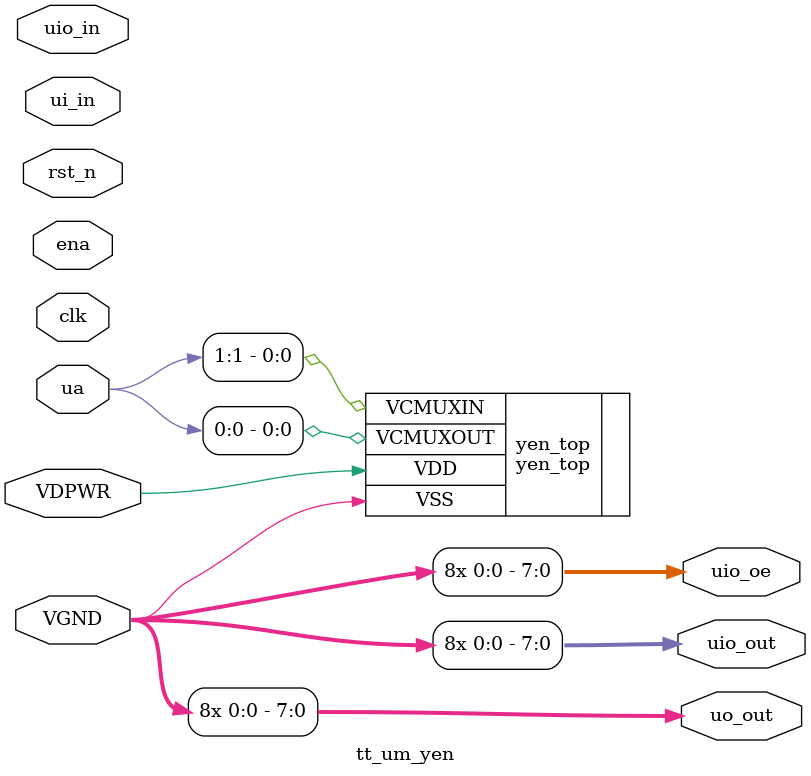
<source format=v>
/*
 * Copyright (c) 2024 Your Name
 * SPDX-License-Identifier: Apache-2.0
 */

`default_nettype none

module tt_um_yen (
    input  wire       VGND,
    input  wire       VDPWR,    // 1.8v power supply
//    input  wire       VAPWR,    // 3.3v power supply
    input  wire [7:0] ui_in,    // Dedicated inputs
    output wire [7:0] uo_out,   // Dedicated outputs
    input  wire [7:0] uio_in,   // IOs: Input path
    output wire [7:0] uio_out,  // IOs: Output path
    output wire [7:0] uio_oe,   // IOs: Enable path (active high: 0=input, 1=output)
    inout  wire [7:0] ua,       // Analog pins, only ua[5:0] can be used
    input  wire       ena,      // always 1 when the design is powered, so you can ignore it
    input  wire       clk,      // clock
    input  wire       rst_n     // reset_n - low to reset
);

	yen_top yen_top(
	.VDD(VDPWR),
	.VSS(VGND),
	.VCMUXOUT(ua[0]),
	.VCMUXIN(ua[1])
	);
	
	assign uo_out[0] = VGND;
    	assign uo_out[1] = VGND;
    	assign uo_out[2] = VGND;
    	assign uo_out[3] = VGND;
    	assign uo_out[4] = VGND;
    	assign uo_out[5] = VGND;
    	assign uo_out[6] = VGND;
    	assign uo_out[7] = VGND;

   	assign uio_out[0] = VGND;
    	assign uio_out[1] = VGND;
   	assign uio_out[2] = VGND;
    	assign uio_out[3] = VGND;
    	assign uio_out[4] = VGND;
    	assign uio_out[5] = VGND;
    	assign uio_out[6] = VGND;
    	assign uio_out[7] = VGND;

    	assign uio_oe[0] = VGND;
    	assign uio_oe[1] = VGND;
    	assign uio_oe[2] = VGND;
    	assign uio_oe[3] = VGND;
    	assign uio_oe[4] = VGND;
    	assign uio_oe[5] = VGND;
    	assign uio_oe[6] = VGND;
    	assign uio_oe[7] = VGND;
	
endmodule

</source>
